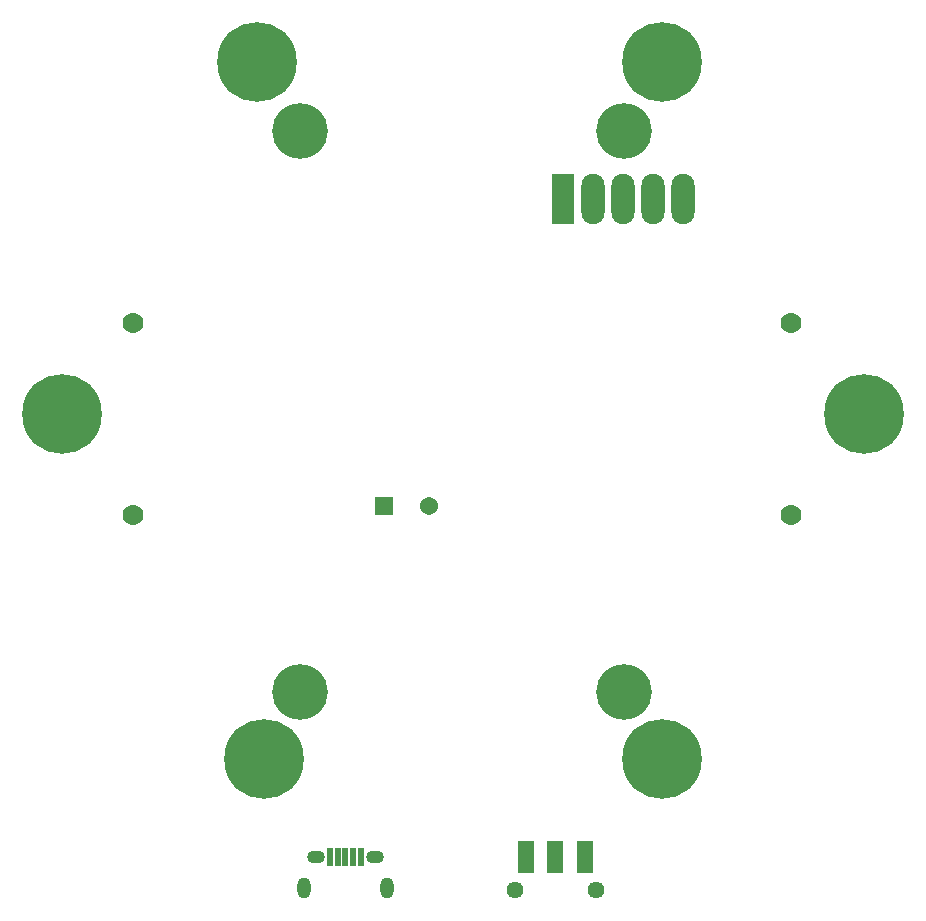
<source format=gbs>
G04 #@! TF.FileFunction,Soldermask,Bot*
%FSLAX46Y46*%
G04 Gerber Fmt 4.6, Leading zero omitted, Abs format (unit mm)*
G04 Created by KiCad (PCBNEW 4.0.2+dfsg1-stable) date Fri 28 Sep 2018 02:00:57 AM EDT*
%MOMM*%
G01*
G04 APERTURE LIST*
%ADD10C,0.100000*%
%ADD11R,1.967200X4.272000*%
%ADD12O,1.967200X4.272000*%
%ADD13R,0.630000X1.590000*%
%ADD14O,1.140000X1.800000*%
%ADD15O,1.490000X1.090000*%
%ADD16C,1.440000*%
%ADD17R,1.440000X2.740000*%
%ADD18R,1.540000X1.540000*%
%ADD19C,1.540000*%
%ADD20C,1.764000*%
%ADD21C,4.710400*%
%ADD22C,6.740000*%
G04 APERTURE END LIST*
D10*
D11*
X95140000Y-37000000D03*
D12*
X97680000Y-37000000D03*
X100220000Y-37000000D03*
X102760000Y-37000000D03*
X105300000Y-37000000D03*
D13*
X78008000Y-92710000D03*
X77358000Y-92710000D03*
X76708000Y-92710000D03*
X76058000Y-92710000D03*
X75408000Y-92710000D03*
D14*
X73208000Y-95410000D03*
X80208000Y-95410000D03*
D15*
X74208000Y-92710000D03*
X79208000Y-92710000D03*
D16*
X97888000Y-95510000D03*
X91088000Y-95510000D03*
D17*
X96988000Y-92710000D03*
X94488000Y-92710000D03*
X91988000Y-92710000D03*
D18*
X80010000Y-62992000D03*
D19*
X83810000Y-62992000D03*
D20*
X114464000Y-47498000D03*
X58764000Y-47498000D03*
X58764000Y-63754000D03*
X114464000Y-63754000D03*
D21*
X72898000Y-31242000D03*
X72898000Y-78740000D03*
X100330000Y-78740000D03*
X100330000Y-31242000D03*
D22*
X103505000Y-84455000D03*
X52705000Y-55245000D03*
X120650000Y-55245000D03*
X69850000Y-84455000D03*
X69215000Y-25400000D03*
X103505000Y-25400000D03*
M02*

</source>
